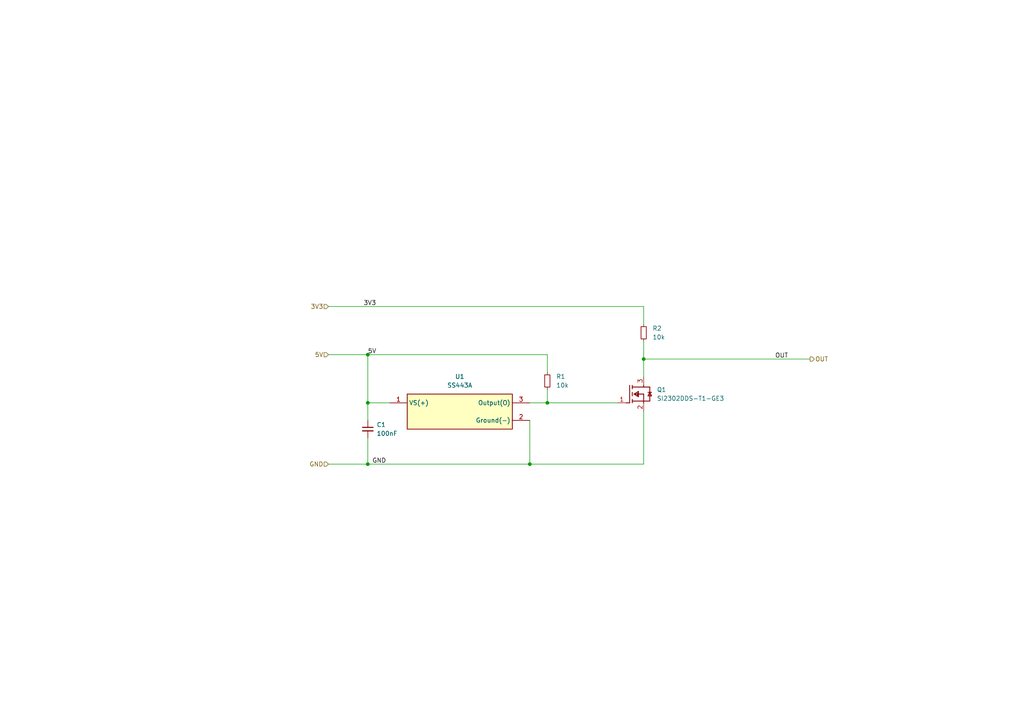
<source format=kicad_sch>
(kicad_sch (version 20211123) (generator eeschema)
  (paper "A4")
  (lib_symbols
    (symbol "Device:C_Small" (pin_numbers hide) (pin_names (offset 0.254) hide)
      (property "Reference" "C" (at 0.254 1.778 0))
      (property "Value" "C_Small" (at 0.254 -2.032 0))
      (symbol "C_Small_0_1"
        (polyline (pts (xy -1.524 -0.508) (xy 1.524 -0.508)) (stroke (width 0.3302)))
        (polyline (pts (xy -1.524 0.508) (xy 1.524 0.508)) (stroke (width 0.3048)))
      )
      (symbol "C_Small_1_1"
        (pin passive line (at 0 2.54 270) (length 2.032) (name "~") (number "1"))
        (pin passive line (at 0 -2.54 90) (length 2.032) (name "~") (number "2"))
      )
    )
    (symbol "Device:R_Small" (pin_numbers hide) (pin_names (offset 0.254) hide)
      (property "Reference" "R" (at 0.762 0.508 0))
      (property "Value" "R_Small" (at 0.762 -1.016 0))
      (symbol "R_Small_0_1"
        (rectangle (start -0.762 1.778) (end 0.762 -1.778) (stroke (width 0.2032)))
      )
      (symbol "R_Small_1_1"
        (pin passive line (at 0 2.54 270) (length 0.762) (name "~") (number "1"))
        (pin passive line (at 0 -2.54 90) (length 0.762) (name "~") (number "2"))
      )
    )
    (symbol "torque:SI2302DDS-T1-GE3"
      (property "Value" "SI2302DDS-T1-GE3" (at 0 0 0))
      (symbol "SI2302DDS-T1-GE3_1_0"
        (polyline (pts (xy 3.556 0) (xy 2.54 0)) (stroke (width 0.254)))
        (polyline (pts (xy 3.556 0) (xy 3.556 5.08)) (stroke (width 0.254)))
        (polyline (pts (xy 4.318 0.508) (xy 7.62 0.508)) (stroke (width 0.254)))
        (polyline (pts (xy 4.318 1.016) (xy 4.318 0)) (stroke (width 0.254)))
        (polyline (pts (xy 4.318 3.048) (xy 4.318 2.032)) (stroke (width 0.254)))
        (polyline (pts (xy 4.318 4.064) (xy 4.318 5.08)) (stroke (width 0.254)))
        (polyline (pts (xy 4.318 4.572) (xy 7.62 4.572)) (stroke (width 0.254)))
        (polyline (pts (xy 4.826 2.54) (xy 6.096 1.778)) (stroke (width 0.254)))
        (polyline (pts (xy 4.826 2.54) (xy 6.096 3.302)) (stroke (width 0.254)))
        (polyline (pts (xy 5.08 2.54) (xy 7.62 2.54)) (stroke (width 0.254)))
        (polyline (pts (xy 5.842 2.794) (xy 5.842 2.032)) (stroke (width 0.254)))
        (polyline (pts (xy 6.096 3.302) (xy 6.096 1.778)) (stroke (width 0.254)))
        (polyline (pts (xy 7.62 0.508) (xy 9.398 0.508)) (stroke (width 0.254)))
        (polyline (pts (xy 7.62 2.54) (xy 7.62 0)) (stroke (width 0.254)))
        (polyline (pts (xy 7.62 4.572) (xy 7.62 5.08)) (stroke (width 0.254)))
        (polyline (pts (xy 8.89 2.032) (xy 9.906 2.032)) (stroke (width 0.254)))
        (polyline (pts (xy 9.398 0.508) (xy 9.398 4.572)) (stroke (width 0.254)))
        (polyline (pts (xy 9.398 3.048) (xy 8.89 2.032)) (stroke (width 0.254)))
        (polyline (pts (xy 9.398 3.048) (xy 8.89 3.048)) (stroke (width 0.254)))
        (polyline (pts (xy 9.398 3.048) (xy 9.906 3.048)) (stroke (width 0.254)))
        (polyline (pts (xy 9.398 4.572) (xy 7.62 4.572)) (stroke (width 0.254)))
        (polyline (pts (xy 9.906 2.032) (xy 9.398 3.048)) (stroke (width 0.254)))
        (pin passive line (at 0 0 0) (length 2.54) (name "G") (number "1"))
        (pin passive line (at 7.62 -2.54 90) (length 2.54) (name "S") (number "2"))
        (pin passive line (at 7.62 7.62 270) (length 2.54) (name "D") (number "3"))
      )
    )
    (symbol "torque:SS443A"
      (property "Value" "SS443A" (at 10.16 5.08 0))
      (symbol "SS443A_1_0"
        (rectangle (start 35.56 2.54) (end 5.08 -7.62) (stroke (width 0.254)) (fill (type background)))
        (pin power_in line (at 0 0 0) (length 5.08) (name "VS(+)") (number "1"))
        (pin power_in line (at 40.64 -5.08 180) (length 5.08) (name "Ground(-)") (number "2"))
        (pin passive line (at 40.64 0 180) (length 5.08) (name "Output(O)") (number "3"))
      )
    )
  )
  (junction (at 106.68 116.84))
  (junction (at 186.69 104.14))
  (junction (at 106.68 102.87))
  (junction (at 106.68 134.62))
  (junction (at 158.75 116.84))
  (junction (at 153.67 134.62))
  (wire (pts (xy 153.67 116.84) (xy 158.75 116.84)))
  (wire (pts (xy 158.75 116.84) (xy 179.07 116.84)))
  (wire (pts (xy 95.25 134.62) (xy 106.68 134.62)))
  (wire (pts (xy 158.75 113.03) (xy 158.75 116.84)))
  (wire (pts (xy 106.68 134.62) (xy 153.67 134.62)))
  (wire (pts (xy 186.69 99.06) (xy 186.69 104.14)))
  (wire (pts (xy 106.68 102.87) (xy 106.68 116.84)))
  (wire (pts (xy 186.69 104.14) (xy 234.95 104.14)))
  (wire (pts (xy 186.69 104.14) (xy 186.69 109.22)))
  (wire (pts (xy 106.68 116.84) (xy 106.68 121.92)))
  (wire (pts (xy 106.68 127) (xy 106.68 134.62)))
  (wire (pts (xy 153.67 121.92) (xy 153.67 134.62)))
  (wire (pts (xy 106.68 102.87) (xy 158.75 102.87)))
  (wire (pts (xy 106.68 116.84) (xy 113.03 116.84)))
  (wire (pts (xy 186.69 88.9) (xy 95.25 88.9)))
  (wire (pts (xy 186.69 93.98) (xy 186.69 88.9)))
  (wire (pts (xy 158.75 102.87) (xy 158.75 107.95)))
  (wire (pts (xy 186.69 134.62) (xy 186.69 119.38)))
  (wire (pts (xy 153.67 134.62) (xy 186.69 134.62)))
  (wire (pts (xy 95.25 102.87) (xy 106.68 102.87)))
  (label "5V" (at 106.68 102.87 0))
  (label "GND" (at 107.95 134.62 0))
  (label "OUT" (at 224.79 104.14 0))
  (label "3V3" (at 105.41 88.9 0))
  (hierarchical_label "OUT" (shape output) (at 234.95 104.14 0))
  (hierarchical_label "GND" (shape input) (at 95.25 134.62 180))
  (hierarchical_label "5V" (shape input) (at 95.25 102.87 180))
  (hierarchical_label "3V3" (shape input) (at 95.25 88.9 180))
  (symbol (lib_id "Device:R_Small") (at 186.69 96.52 0) (unit 1)
    (property "Reference" "R2" (at 189.23 95.2499 0) (effects (justify left)))
    (property "Value" "10k" (at 189.23 97.7899 0) (effects (justify left)))
    (property "Footprint" "Resistor_SMD:R_0603_1608Metric_Pad0.98x0.95mm_HandSolder" (effects hide))
  )
  (symbol (lib_id "Device:C_Small") (at 106.68 124.46 0) (unit 1)
    (property "Reference" "C1" (at 109.22 123.1962 0) (effects (justify left)))
    (property "Value" "100nF" (at 109.22 125.7362 0) (effects (justify left)))
    (property "Footprint" "Capacitor_SMD:C_0603_1608Metric_Pad1.08x0.95mm_HandSolder" (effects hide))
  )
  (symbol (lib_id "Device:R_Small") (at 158.75 110.49 0) (unit 1)
    (property "Reference" "R1" (at 161.29 109.2199 0) (effects (justify left)))
    (property "Value" "10k" (at 161.29 111.7599 0) (effects (justify left)))
    (property "Footprint" "Resistor_SMD:R_0603_1608Metric_Pad0.98x0.95mm_HandSolder" (effects hide))
  )
  (symbol (lib_id "torque:SI2302DDS-T1-GE3") (at 179.07 116.84 0) (unit 1)
    (property "Reference" "Q1" (at 190.5 113.0299 0) (effects (justify left)))
    (property "Value" "SI2302DDS-T1-GE3" (at 190.5 115.5699 0) (effects (justify left)))
    (property "Footprint" "torque:FP-S-03946-MFG" (effects hide))
  )
  (symbol (lib_id "torque:SS443A") (at 113.03 116.84 0) (unit 1)
    (property "Reference" "U1" (at 133.35 109.22 0))
    (property "Value" "SS443A" (at 133.35 111.76 0))
    (property "Footprint" "torque:FP-SS443A-MFG" (effects hide))
  )
)
</source>
